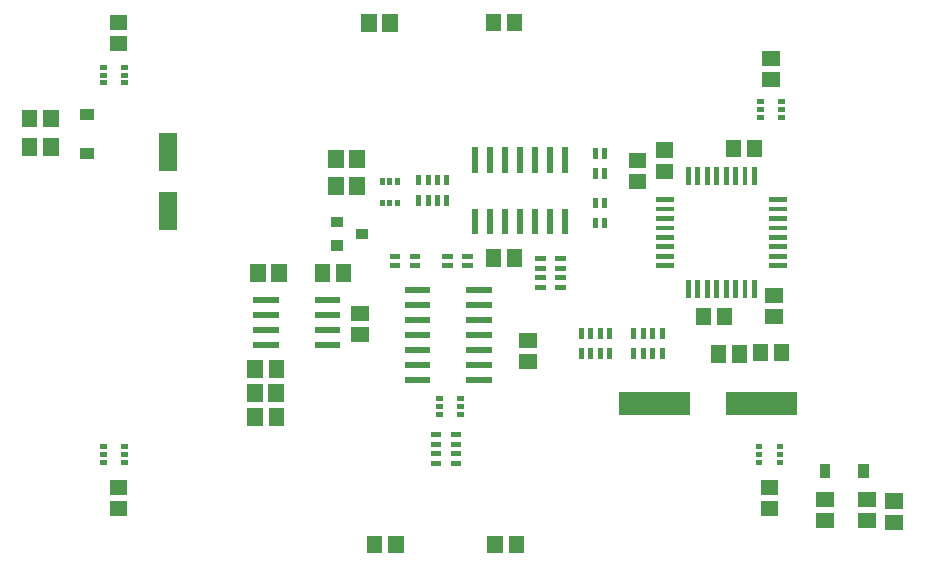
<source format=gbr>
G04 start of page 10 for group -4015 idx -4015 *
G04 Title: (unknown), toppaste *
G04 Creator: pcb 20140316 *
G04 CreationDate: Mon 18 May 2015 09:38:21 PM GMT UTC *
G04 For: ndholmes *
G04 Format: Gerber/RS-274X *
G04 PCB-Dimensions (mil): 3500.00 1900.00 *
G04 PCB-Coordinate-Origin: lower left *
%MOIN*%
%FSLAX25Y25*%
%LNTOPPASTE*%
%ADD114R,0.0340X0.0340*%
%ADD113R,0.0787X0.0787*%
%ADD112R,0.0157X0.0157*%
%ADD111R,0.0360X0.0360*%
%ADD110R,0.0167X0.0167*%
%ADD109R,0.0200X0.0200*%
%ADD108R,0.0165X0.0165*%
%ADD107R,0.0630X0.0630*%
%ADD106R,0.0512X0.0512*%
G54D106*X122607Y77957D02*X123393D01*
X122607Y85043D02*X123393D01*
X117500Y98893D02*Y98107D01*
X110414Y98893D02*Y98107D01*
G54D107*X59000Y141992D02*Y135693D01*
Y122307D02*Y116008D01*
G54D106*X96043Y98893D02*Y98107D01*
X88957Y98893D02*Y98107D01*
X178607Y76086D02*X179393D01*
X178607Y69000D02*X179393D01*
X127914Y8393D02*Y7607D01*
X135000Y8393D02*Y7607D01*
X175086Y8393D02*Y7607D01*
X168000Y8393D02*Y7607D01*
X133043Y182350D02*Y181564D01*
X125957Y182350D02*Y181564D01*
G54D108*X44287Y161940D02*X44740D01*
X44287Y164500D02*X44740D01*
X44287Y167060D02*X44740D01*
X37260D02*X37713D01*
X37260Y164500D02*X37713D01*
X37260Y161940D02*X37713D01*
G54D109*X161500Y119000D02*Y112500D01*
X166500Y119000D02*Y112500D01*
X171500Y119000D02*Y112500D01*
X176500Y119000D02*Y112500D01*
X181500Y119000D02*Y112500D01*
X186500Y119000D02*Y112500D01*
X191500Y119000D02*Y112500D01*
Y139500D02*Y133000D01*
X186500Y139500D02*Y133000D01*
X181500Y139500D02*Y133000D01*
X176500Y139500D02*Y133000D01*
X171500Y139500D02*Y133000D01*
X166500Y139500D02*Y133000D01*
X161500Y139500D02*Y133000D01*
G54D110*X142552Y123739D02*Y121869D01*
X145701Y123739D02*Y121869D01*
X148851Y123739D02*Y121869D01*
X152000Y123739D02*Y121869D01*
Y130435D02*Y128565D01*
X148851Y130435D02*Y128565D01*
X145701Y130435D02*Y128565D01*
X142552Y130435D02*Y128565D01*
G54D108*X255733Y40560D02*X256186D01*
X255733Y38000D02*X256186D01*
X255733Y35440D02*X256186D01*
X262760D02*X263213D01*
X262760Y38000D02*X263213D01*
X262760Y40560D02*X263213D01*
G54D106*X259107Y19957D02*X259893D01*
X259107Y27043D02*X259893D01*
G54D110*X182217Y103224D02*X184087D01*
X182217Y100075D02*X184087D01*
X182217Y96925D02*X184087D01*
X182217Y93776D02*X184087D01*
X188913D02*X190783D01*
X188913Y96925D02*X190783D01*
X188913Y100075D02*X190783D01*
X188913Y103224D02*X190783D01*
G54D111*X31400Y138500D02*X32600D01*
X31400Y151400D02*X32600D01*
G54D106*X95086Y66893D02*Y66107D01*
X88000Y66893D02*Y66107D01*
X215107Y136043D02*X215893D01*
X215107Y128957D02*X215893D01*
X12914Y140893D02*Y140107D01*
X20000Y140893D02*Y140107D01*
X12914Y150393D02*Y149607D01*
X20000Y150393D02*Y149607D01*
X260607Y91043D02*X261393D01*
X260607Y83957D02*X261393D01*
X237457Y84393D02*Y83607D01*
X244543Y84393D02*Y83607D01*
X42150Y182043D02*X42936D01*
X42150Y174957D02*X42936D01*
G54D108*X44287Y35440D02*X44740D01*
X44287Y38000D02*X44740D01*
X44287Y40560D02*X44740D01*
X37260D02*X37713D01*
X37260Y38000D02*X37713D01*
X37260Y35440D02*X37713D01*
G54D106*X42107Y19957D02*X42893D01*
X42107Y27043D02*X42893D01*
X167457Y182393D02*Y181607D01*
X174543Y182393D02*Y181607D01*
X259607Y170086D02*X260393D01*
X259607Y163000D02*X260393D01*
X88000Y50893D02*Y50107D01*
X95086Y50893D02*Y50107D01*
X87957Y58893D02*Y58107D01*
X95043Y58893D02*Y58107D01*
G54D109*X159500Y63000D02*X166000D01*
X159500Y68000D02*X166000D01*
X159500Y73000D02*X166000D01*
X159500Y78000D02*X166000D01*
X159500Y83000D02*X166000D01*
X159500Y88000D02*X166000D01*
X159500Y93000D02*X166000D01*
X139000D02*X145500D01*
X139000Y88000D02*X145500D01*
X139000Y83000D02*X145500D01*
X139000Y78000D02*X145500D01*
X139000Y73000D02*X145500D01*
X139000Y68000D02*X145500D01*
X139000Y63000D02*X145500D01*
G54D110*X147413Y44574D02*X149283D01*
X147413Y41425D02*X149283D01*
X147413Y38275D02*X149283D01*
X147413Y35126D02*X149283D01*
X154109D02*X155979D01*
X154109Y38275D02*X155979D01*
X154109Y41425D02*X155979D01*
X154109Y44574D02*X155979D01*
G54D108*X149260Y56560D02*X149713D01*
X149260Y54000D02*X149713D01*
X149260Y51440D02*X149713D01*
X156287D02*X156740D01*
X156287Y54000D02*X156740D01*
X156287Y56560D02*X156740D01*
G54D106*X122043Y136893D02*Y136107D01*
X114957Y136893D02*Y136107D01*
G54D110*X204575Y122783D02*Y120913D01*
X201425Y122783D02*Y120913D01*
Y116087D02*Y114217D01*
X204575Y116087D02*Y114217D01*
Y139283D02*Y137413D01*
X201425Y139283D02*Y137413D01*
Y132587D02*Y130717D01*
X204575Y132587D02*Y130717D01*
G54D106*X256457Y72393D02*Y71607D01*
X263543Y72393D02*Y71607D01*
X249586Y71893D02*Y71107D01*
X242500Y71893D02*Y71107D01*
X300607Y15457D02*X301393D01*
X300607Y22543D02*X301393D01*
X291607Y15957D02*X292393D01*
X291607Y23043D02*X292393D01*
G54D108*X135560Y129240D02*Y128787D01*
X133000Y129240D02*Y128787D01*
X130440Y129240D02*Y128787D01*
Y122213D02*Y121760D01*
X133000Y122213D02*Y121760D01*
X135560Y122213D02*Y121760D01*
X256260Y155560D02*X256713D01*
X256260Y153000D02*X256713D01*
X256260Y150440D02*X256713D01*
X263287D02*X263740D01*
X263287Y153000D02*X263740D01*
X263287Y155560D02*X263740D01*
G54D110*X214276Y72587D02*Y70717D01*
X217425Y72587D02*Y70717D01*
X220575Y72587D02*Y70717D01*
X223724Y72587D02*Y70717D01*
Y79283D02*Y77413D01*
X220575Y79283D02*Y77413D01*
X217425Y79283D02*Y77413D01*
X214276Y79283D02*Y77413D01*
X196776Y72587D02*Y70717D01*
X199925Y72587D02*Y70717D01*
X203075Y72587D02*Y70717D01*
X206224Y72587D02*Y70717D01*
Y79283D02*Y77413D01*
X203075Y79283D02*Y77413D01*
X199925Y79283D02*Y77413D01*
X196776Y79283D02*Y77413D01*
G54D109*X109000Y74500D02*X115500D01*
X109000Y79500D02*X115500D01*
X109000Y84500D02*X115500D01*
X109000Y89500D02*X115500D01*
X88500D02*X95000D01*
X88500Y84500D02*X95000D01*
X88500Y79500D02*X95000D01*
X88500Y74500D02*X95000D01*
G54D112*X232477Y95434D02*Y91008D01*
X235626Y95434D02*Y91008D01*
X238776Y95434D02*Y91008D01*
X241925Y95434D02*Y91008D01*
X245075Y95434D02*Y91008D01*
X248225Y95434D02*Y91008D01*
X251374Y95434D02*Y91008D01*
X254524Y95434D02*Y91008D01*
X260066Y100977D02*X264492D01*
X260066Y104126D02*X264492D01*
X260066Y107276D02*X264492D01*
X260066Y110425D02*X264492D01*
X260066Y113575D02*X264492D01*
X260066Y116725D02*X264492D01*
X260066Y119874D02*X264492D01*
X260066Y123024D02*X264492D01*
X254523Y132992D02*Y128566D01*
X251374Y132992D02*Y128566D01*
X248224Y132992D02*Y128566D01*
X245075Y132992D02*Y128566D01*
X241925Y132992D02*Y128566D01*
X238775Y132992D02*Y128566D01*
X235626Y132992D02*Y128566D01*
X232476Y132992D02*Y128566D01*
X222508Y123023D02*X226934D01*
X222508Y119874D02*X226934D01*
X222508Y116724D02*X226934D01*
X222508Y113575D02*X226934D01*
X222508Y110425D02*X226934D01*
X222508Y107275D02*X226934D01*
X222508Y104126D02*X226934D01*
X222508Y100976D02*X226934D01*
G54D106*X247457Y140393D02*Y139607D01*
X254543Y140393D02*Y139607D01*
X224107Y132457D02*X224893D01*
X224107Y139543D02*X224893D01*
G54D110*X133717Y104075D02*X135587D01*
X133717Y100925D02*X135587D01*
X140413D02*X142283D01*
X140413Y104075D02*X142283D01*
X151217D02*X153087D01*
X151217Y100925D02*X153087D01*
X157913D02*X159783D01*
X157913Y104075D02*X159783D01*
G54D106*X174543Y103893D02*Y103107D01*
X167457Y103893D02*Y103107D01*
G54D113*X213409Y55000D02*X229157D01*
X248843D02*X264591D01*
G54D111*X278000Y33100D02*Y31900D01*
X290900Y33100D02*Y31900D01*
G54D106*X277607Y23043D02*X278393D01*
X277607Y15957D02*X278393D01*
X114957Y127893D02*Y127107D01*
X122043Y127893D02*Y127107D01*
G54D114*X115200Y115500D02*X115800D01*
X115200Y107700D02*X115800D01*
X123400Y111600D02*X124000D01*
M02*

</source>
